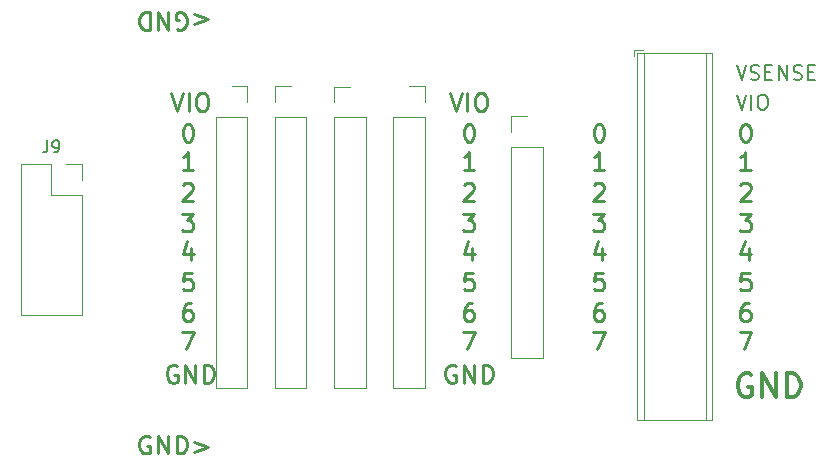
<source format=gbr>
%TF.GenerationSoftware,KiCad,Pcbnew,8.0.4*%
%TF.CreationDate,2024-08-10T21:18:51+02:00*%
%TF.ProjectId,breakout,62726561-6b6f-4757-942e-6b696361645f,rev?*%
%TF.SameCoordinates,Original*%
%TF.FileFunction,Legend,Top*%
%TF.FilePolarity,Positive*%
%FSLAX46Y46*%
G04 Gerber Fmt 4.6, Leading zero omitted, Abs format (unit mm)*
G04 Created by KiCad (PCBNEW 8.0.4) date 2024-08-10 21:18:51*
%MOMM*%
%LPD*%
G01*
G04 APERTURE LIST*
%ADD10C,0.250000*%
%ADD11C,0.333000*%
%ADD12C,0.200000*%
%ADD13C,0.150000*%
%ADD14C,0.120000*%
%ADD15C,0.100000*%
%ADD16R,1.700000X1.700000*%
%ADD17O,1.700000X1.700000*%
%ADD18C,5.400000*%
%ADD19R,2.200000X2.200000*%
%ADD20C,2.200000*%
G04 APERTURE END LIST*
D10*
X174885715Y-91980928D02*
X174600000Y-91980928D01*
X174600000Y-91980928D02*
X174457143Y-92052357D01*
X174457143Y-92052357D02*
X174385715Y-92123785D01*
X174385715Y-92123785D02*
X174242857Y-92338071D01*
X174242857Y-92338071D02*
X174171429Y-92623785D01*
X174171429Y-92623785D02*
X174171429Y-93195214D01*
X174171429Y-93195214D02*
X174242857Y-93338071D01*
X174242857Y-93338071D02*
X174314286Y-93409500D01*
X174314286Y-93409500D02*
X174457143Y-93480928D01*
X174457143Y-93480928D02*
X174742857Y-93480928D01*
X174742857Y-93480928D02*
X174885715Y-93409500D01*
X174885715Y-93409500D02*
X174957143Y-93338071D01*
X174957143Y-93338071D02*
X175028572Y-93195214D01*
X175028572Y-93195214D02*
X175028572Y-92838071D01*
X175028572Y-92838071D02*
X174957143Y-92695214D01*
X174957143Y-92695214D02*
X174885715Y-92623785D01*
X174885715Y-92623785D02*
X174742857Y-92552357D01*
X174742857Y-92552357D02*
X174457143Y-92552357D01*
X174457143Y-92552357D02*
X174314286Y-92623785D01*
X174314286Y-92623785D02*
X174242857Y-92695214D01*
X174242857Y-92695214D02*
X174171429Y-92838071D01*
X140335527Y-68319071D02*
X141478384Y-67890500D01*
X141478384Y-67890500D02*
X140335527Y-67461928D01*
X138835526Y-68747642D02*
X138978384Y-68819071D01*
X138978384Y-68819071D02*
X139192669Y-68819071D01*
X139192669Y-68819071D02*
X139406955Y-68747642D01*
X139406955Y-68747642D02*
X139549812Y-68604785D01*
X139549812Y-68604785D02*
X139621241Y-68461928D01*
X139621241Y-68461928D02*
X139692669Y-68176214D01*
X139692669Y-68176214D02*
X139692669Y-67961928D01*
X139692669Y-67961928D02*
X139621241Y-67676214D01*
X139621241Y-67676214D02*
X139549812Y-67533357D01*
X139549812Y-67533357D02*
X139406955Y-67390500D01*
X139406955Y-67390500D02*
X139192669Y-67319071D01*
X139192669Y-67319071D02*
X139049812Y-67319071D01*
X139049812Y-67319071D02*
X138835526Y-67390500D01*
X138835526Y-67390500D02*
X138764098Y-67461928D01*
X138764098Y-67461928D02*
X138764098Y-67961928D01*
X138764098Y-67961928D02*
X139049812Y-67961928D01*
X138121241Y-67319071D02*
X138121241Y-68819071D01*
X138121241Y-68819071D02*
X137264098Y-67319071D01*
X137264098Y-67319071D02*
X137264098Y-68819071D01*
X136549812Y-67319071D02*
X136549812Y-68819071D01*
X136549812Y-68819071D02*
X136192669Y-68819071D01*
X136192669Y-68819071D02*
X135978383Y-68747642D01*
X135978383Y-68747642D02*
X135835526Y-68604785D01*
X135835526Y-68604785D02*
X135764097Y-68461928D01*
X135764097Y-68461928D02*
X135692669Y-68176214D01*
X135692669Y-68176214D02*
X135692669Y-67961928D01*
X135692669Y-67961928D02*
X135764097Y-67676214D01*
X135764097Y-67676214D02*
X135835526Y-67533357D01*
X135835526Y-67533357D02*
X135978383Y-67390500D01*
X135978383Y-67390500D02*
X136192669Y-67319071D01*
X136192669Y-67319071D02*
X136549812Y-67319071D01*
X140228572Y-80680928D02*
X139371429Y-80680928D01*
X139800000Y-80680928D02*
X139800000Y-79180928D01*
X139800000Y-79180928D02*
X139657143Y-79395214D01*
X139657143Y-79395214D02*
X139514286Y-79538071D01*
X139514286Y-79538071D02*
X139371429Y-79609500D01*
X138857143Y-97252357D02*
X138714286Y-97180928D01*
X138714286Y-97180928D02*
X138500000Y-97180928D01*
X138500000Y-97180928D02*
X138285714Y-97252357D01*
X138285714Y-97252357D02*
X138142857Y-97395214D01*
X138142857Y-97395214D02*
X138071428Y-97538071D01*
X138071428Y-97538071D02*
X138000000Y-97823785D01*
X138000000Y-97823785D02*
X138000000Y-98038071D01*
X138000000Y-98038071D02*
X138071428Y-98323785D01*
X138071428Y-98323785D02*
X138142857Y-98466642D01*
X138142857Y-98466642D02*
X138285714Y-98609500D01*
X138285714Y-98609500D02*
X138500000Y-98680928D01*
X138500000Y-98680928D02*
X138642857Y-98680928D01*
X138642857Y-98680928D02*
X138857143Y-98609500D01*
X138857143Y-98609500D02*
X138928571Y-98538071D01*
X138928571Y-98538071D02*
X138928571Y-98038071D01*
X138928571Y-98038071D02*
X138642857Y-98038071D01*
X139571428Y-98680928D02*
X139571428Y-97180928D01*
X139571428Y-97180928D02*
X140428571Y-98680928D01*
X140428571Y-98680928D02*
X140428571Y-97180928D01*
X141142857Y-98680928D02*
X141142857Y-97180928D01*
X141142857Y-97180928D02*
X141500000Y-97180928D01*
X141500000Y-97180928D02*
X141714286Y-97252357D01*
X141714286Y-97252357D02*
X141857143Y-97395214D01*
X141857143Y-97395214D02*
X141928572Y-97538071D01*
X141928572Y-97538071D02*
X142000000Y-97823785D01*
X142000000Y-97823785D02*
X142000000Y-98038071D01*
X142000000Y-98038071D02*
X141928572Y-98323785D01*
X141928572Y-98323785D02*
X141857143Y-98466642D01*
X141857143Y-98466642D02*
X141714286Y-98609500D01*
X141714286Y-98609500D02*
X141500000Y-98680928D01*
X141500000Y-98680928D02*
X141142857Y-98680928D01*
X187357143Y-89380928D02*
X186642857Y-89380928D01*
X186642857Y-89380928D02*
X186571429Y-90095214D01*
X186571429Y-90095214D02*
X186642857Y-90023785D01*
X186642857Y-90023785D02*
X186785715Y-89952357D01*
X186785715Y-89952357D02*
X187142857Y-89952357D01*
X187142857Y-89952357D02*
X187285715Y-90023785D01*
X187285715Y-90023785D02*
X187357143Y-90095214D01*
X187357143Y-90095214D02*
X187428572Y-90238071D01*
X187428572Y-90238071D02*
X187428572Y-90595214D01*
X187428572Y-90595214D02*
X187357143Y-90738071D01*
X187357143Y-90738071D02*
X187285715Y-90809500D01*
X187285715Y-90809500D02*
X187142857Y-90880928D01*
X187142857Y-90880928D02*
X186785715Y-90880928D01*
X186785715Y-90880928D02*
X186642857Y-90809500D01*
X186642857Y-90809500D02*
X186571429Y-90738071D01*
X163885715Y-87280928D02*
X163885715Y-88280928D01*
X163528572Y-86709500D02*
X163171429Y-87780928D01*
X163171429Y-87780928D02*
X164100000Y-87780928D01*
X163171429Y-81923785D02*
X163242857Y-81852357D01*
X163242857Y-81852357D02*
X163385715Y-81780928D01*
X163385715Y-81780928D02*
X163742857Y-81780928D01*
X163742857Y-81780928D02*
X163885715Y-81852357D01*
X163885715Y-81852357D02*
X163957143Y-81923785D01*
X163957143Y-81923785D02*
X164028572Y-82066642D01*
X164028572Y-82066642D02*
X164028572Y-82209500D01*
X164028572Y-82209500D02*
X163957143Y-82423785D01*
X163957143Y-82423785D02*
X163100000Y-83280928D01*
X163100000Y-83280928D02*
X164028572Y-83280928D01*
D11*
X187476190Y-98003160D02*
X187285714Y-97907922D01*
X187285714Y-97907922D02*
X187000000Y-97907922D01*
X187000000Y-97907922D02*
X186714285Y-98003160D01*
X186714285Y-98003160D02*
X186523809Y-98193636D01*
X186523809Y-98193636D02*
X186428571Y-98384112D01*
X186428571Y-98384112D02*
X186333333Y-98765064D01*
X186333333Y-98765064D02*
X186333333Y-99050779D01*
X186333333Y-99050779D02*
X186428571Y-99431731D01*
X186428571Y-99431731D02*
X186523809Y-99622207D01*
X186523809Y-99622207D02*
X186714285Y-99812684D01*
X186714285Y-99812684D02*
X187000000Y-99907922D01*
X187000000Y-99907922D02*
X187190476Y-99907922D01*
X187190476Y-99907922D02*
X187476190Y-99812684D01*
X187476190Y-99812684D02*
X187571428Y-99717445D01*
X187571428Y-99717445D02*
X187571428Y-99050779D01*
X187571428Y-99050779D02*
X187190476Y-99050779D01*
X188428571Y-99907922D02*
X188428571Y-97907922D01*
X188428571Y-97907922D02*
X189571428Y-99907922D01*
X189571428Y-99907922D02*
X189571428Y-97907922D01*
X190523809Y-99907922D02*
X190523809Y-97907922D01*
X190523809Y-97907922D02*
X190999999Y-97907922D01*
X190999999Y-97907922D02*
X191285714Y-98003160D01*
X191285714Y-98003160D02*
X191476190Y-98193636D01*
X191476190Y-98193636D02*
X191571428Y-98384112D01*
X191571428Y-98384112D02*
X191666666Y-98765064D01*
X191666666Y-98765064D02*
X191666666Y-99050779D01*
X191666666Y-99050779D02*
X191571428Y-99431731D01*
X191571428Y-99431731D02*
X191476190Y-99622207D01*
X191476190Y-99622207D02*
X191285714Y-99812684D01*
X191285714Y-99812684D02*
X190999999Y-99907922D01*
X190999999Y-99907922D02*
X190523809Y-99907922D01*
D10*
X174885715Y-87280928D02*
X174885715Y-88280928D01*
X174528572Y-86709500D02*
X174171429Y-87780928D01*
X174171429Y-87780928D02*
X175100000Y-87780928D01*
X163100000Y-84380928D02*
X164028572Y-84380928D01*
X164028572Y-84380928D02*
X163528572Y-84952357D01*
X163528572Y-84952357D02*
X163742857Y-84952357D01*
X163742857Y-84952357D02*
X163885715Y-85023785D01*
X163885715Y-85023785D02*
X163957143Y-85095214D01*
X163957143Y-85095214D02*
X164028572Y-85238071D01*
X164028572Y-85238071D02*
X164028572Y-85595214D01*
X164028572Y-85595214D02*
X163957143Y-85738071D01*
X163957143Y-85738071D02*
X163885715Y-85809500D01*
X163885715Y-85809500D02*
X163742857Y-85880928D01*
X163742857Y-85880928D02*
X163314286Y-85880928D01*
X163314286Y-85880928D02*
X163171429Y-85809500D01*
X163171429Y-85809500D02*
X163100000Y-85738071D01*
X187285715Y-91980928D02*
X187000000Y-91980928D01*
X187000000Y-91980928D02*
X186857143Y-92052357D01*
X186857143Y-92052357D02*
X186785715Y-92123785D01*
X186785715Y-92123785D02*
X186642857Y-92338071D01*
X186642857Y-92338071D02*
X186571429Y-92623785D01*
X186571429Y-92623785D02*
X186571429Y-93195214D01*
X186571429Y-93195214D02*
X186642857Y-93338071D01*
X186642857Y-93338071D02*
X186714286Y-93409500D01*
X186714286Y-93409500D02*
X186857143Y-93480928D01*
X186857143Y-93480928D02*
X187142857Y-93480928D01*
X187142857Y-93480928D02*
X187285715Y-93409500D01*
X187285715Y-93409500D02*
X187357143Y-93338071D01*
X187357143Y-93338071D02*
X187428572Y-93195214D01*
X187428572Y-93195214D02*
X187428572Y-92838071D01*
X187428572Y-92838071D02*
X187357143Y-92695214D01*
X187357143Y-92695214D02*
X187285715Y-92623785D01*
X187285715Y-92623785D02*
X187142857Y-92552357D01*
X187142857Y-92552357D02*
X186857143Y-92552357D01*
X186857143Y-92552357D02*
X186714286Y-92623785D01*
X186714286Y-92623785D02*
X186642857Y-92695214D01*
X186642857Y-92695214D02*
X186571429Y-92838071D01*
X163885715Y-91980928D02*
X163600000Y-91980928D01*
X163600000Y-91980928D02*
X163457143Y-92052357D01*
X163457143Y-92052357D02*
X163385715Y-92123785D01*
X163385715Y-92123785D02*
X163242857Y-92338071D01*
X163242857Y-92338071D02*
X163171429Y-92623785D01*
X163171429Y-92623785D02*
X163171429Y-93195214D01*
X163171429Y-93195214D02*
X163242857Y-93338071D01*
X163242857Y-93338071D02*
X163314286Y-93409500D01*
X163314286Y-93409500D02*
X163457143Y-93480928D01*
X163457143Y-93480928D02*
X163742857Y-93480928D01*
X163742857Y-93480928D02*
X163885715Y-93409500D01*
X163885715Y-93409500D02*
X163957143Y-93338071D01*
X163957143Y-93338071D02*
X164028572Y-93195214D01*
X164028572Y-93195214D02*
X164028572Y-92838071D01*
X164028572Y-92838071D02*
X163957143Y-92695214D01*
X163957143Y-92695214D02*
X163885715Y-92623785D01*
X163885715Y-92623785D02*
X163742857Y-92552357D01*
X163742857Y-92552357D02*
X163457143Y-92552357D01*
X163457143Y-92552357D02*
X163314286Y-92623785D01*
X163314286Y-92623785D02*
X163242857Y-92695214D01*
X163242857Y-92695214D02*
X163171429Y-92838071D01*
X162457143Y-97252357D02*
X162314286Y-97180928D01*
X162314286Y-97180928D02*
X162100000Y-97180928D01*
X162100000Y-97180928D02*
X161885714Y-97252357D01*
X161885714Y-97252357D02*
X161742857Y-97395214D01*
X161742857Y-97395214D02*
X161671428Y-97538071D01*
X161671428Y-97538071D02*
X161600000Y-97823785D01*
X161600000Y-97823785D02*
X161600000Y-98038071D01*
X161600000Y-98038071D02*
X161671428Y-98323785D01*
X161671428Y-98323785D02*
X161742857Y-98466642D01*
X161742857Y-98466642D02*
X161885714Y-98609500D01*
X161885714Y-98609500D02*
X162100000Y-98680928D01*
X162100000Y-98680928D02*
X162242857Y-98680928D01*
X162242857Y-98680928D02*
X162457143Y-98609500D01*
X162457143Y-98609500D02*
X162528571Y-98538071D01*
X162528571Y-98538071D02*
X162528571Y-98038071D01*
X162528571Y-98038071D02*
X162242857Y-98038071D01*
X163171428Y-98680928D02*
X163171428Y-97180928D01*
X163171428Y-97180928D02*
X164028571Y-98680928D01*
X164028571Y-98680928D02*
X164028571Y-97180928D01*
X164742857Y-98680928D02*
X164742857Y-97180928D01*
X164742857Y-97180928D02*
X165100000Y-97180928D01*
X165100000Y-97180928D02*
X165314286Y-97252357D01*
X165314286Y-97252357D02*
X165457143Y-97395214D01*
X165457143Y-97395214D02*
X165528572Y-97538071D01*
X165528572Y-97538071D02*
X165600000Y-97823785D01*
X165600000Y-97823785D02*
X165600000Y-98038071D01*
X165600000Y-98038071D02*
X165528572Y-98323785D01*
X165528572Y-98323785D02*
X165457143Y-98466642D01*
X165457143Y-98466642D02*
X165314286Y-98609500D01*
X165314286Y-98609500D02*
X165100000Y-98680928D01*
X165100000Y-98680928D02*
X164742857Y-98680928D01*
X186928572Y-76780928D02*
X187071429Y-76780928D01*
X187071429Y-76780928D02*
X187214286Y-76852357D01*
X187214286Y-76852357D02*
X187285715Y-76923785D01*
X187285715Y-76923785D02*
X187357143Y-77066642D01*
X187357143Y-77066642D02*
X187428572Y-77352357D01*
X187428572Y-77352357D02*
X187428572Y-77709500D01*
X187428572Y-77709500D02*
X187357143Y-77995214D01*
X187357143Y-77995214D02*
X187285715Y-78138071D01*
X187285715Y-78138071D02*
X187214286Y-78209500D01*
X187214286Y-78209500D02*
X187071429Y-78280928D01*
X187071429Y-78280928D02*
X186928572Y-78280928D01*
X186928572Y-78280928D02*
X186785715Y-78209500D01*
X186785715Y-78209500D02*
X186714286Y-78138071D01*
X186714286Y-78138071D02*
X186642857Y-77995214D01*
X186642857Y-77995214D02*
X186571429Y-77709500D01*
X186571429Y-77709500D02*
X186571429Y-77352357D01*
X186571429Y-77352357D02*
X186642857Y-77066642D01*
X186642857Y-77066642D02*
X186714286Y-76923785D01*
X186714286Y-76923785D02*
X186785715Y-76852357D01*
X186785715Y-76852357D02*
X186928572Y-76780928D01*
X163957143Y-89380928D02*
X163242857Y-89380928D01*
X163242857Y-89380928D02*
X163171429Y-90095214D01*
X163171429Y-90095214D02*
X163242857Y-90023785D01*
X163242857Y-90023785D02*
X163385715Y-89952357D01*
X163385715Y-89952357D02*
X163742857Y-89952357D01*
X163742857Y-89952357D02*
X163885715Y-90023785D01*
X163885715Y-90023785D02*
X163957143Y-90095214D01*
X163957143Y-90095214D02*
X164028572Y-90238071D01*
X164028572Y-90238071D02*
X164028572Y-90595214D01*
X164028572Y-90595214D02*
X163957143Y-90738071D01*
X163957143Y-90738071D02*
X163885715Y-90809500D01*
X163885715Y-90809500D02*
X163742857Y-90880928D01*
X163742857Y-90880928D02*
X163385715Y-90880928D01*
X163385715Y-90880928D02*
X163242857Y-90809500D01*
X163242857Y-90809500D02*
X163171429Y-90738071D01*
X164028572Y-80680928D02*
X163171429Y-80680928D01*
X163600000Y-80680928D02*
X163600000Y-79180928D01*
X163600000Y-79180928D02*
X163457143Y-79395214D01*
X163457143Y-79395214D02*
X163314286Y-79538071D01*
X163314286Y-79538071D02*
X163171429Y-79609500D01*
X136549812Y-103252357D02*
X136406955Y-103180928D01*
X136406955Y-103180928D02*
X136192669Y-103180928D01*
X136192669Y-103180928D02*
X135978383Y-103252357D01*
X135978383Y-103252357D02*
X135835526Y-103395214D01*
X135835526Y-103395214D02*
X135764097Y-103538071D01*
X135764097Y-103538071D02*
X135692669Y-103823785D01*
X135692669Y-103823785D02*
X135692669Y-104038071D01*
X135692669Y-104038071D02*
X135764097Y-104323785D01*
X135764097Y-104323785D02*
X135835526Y-104466642D01*
X135835526Y-104466642D02*
X135978383Y-104609500D01*
X135978383Y-104609500D02*
X136192669Y-104680928D01*
X136192669Y-104680928D02*
X136335526Y-104680928D01*
X136335526Y-104680928D02*
X136549812Y-104609500D01*
X136549812Y-104609500D02*
X136621240Y-104538071D01*
X136621240Y-104538071D02*
X136621240Y-104038071D01*
X136621240Y-104038071D02*
X136335526Y-104038071D01*
X137264097Y-104680928D02*
X137264097Y-103180928D01*
X137264097Y-103180928D02*
X138121240Y-104680928D01*
X138121240Y-104680928D02*
X138121240Y-103180928D01*
X138835526Y-104680928D02*
X138835526Y-103180928D01*
X138835526Y-103180928D02*
X139192669Y-103180928D01*
X139192669Y-103180928D02*
X139406955Y-103252357D01*
X139406955Y-103252357D02*
X139549812Y-103395214D01*
X139549812Y-103395214D02*
X139621241Y-103538071D01*
X139621241Y-103538071D02*
X139692669Y-103823785D01*
X139692669Y-103823785D02*
X139692669Y-104038071D01*
X139692669Y-104038071D02*
X139621241Y-104323785D01*
X139621241Y-104323785D02*
X139549812Y-104466642D01*
X139549812Y-104466642D02*
X139406955Y-104609500D01*
X139406955Y-104609500D02*
X139192669Y-104680928D01*
X139192669Y-104680928D02*
X138835526Y-104680928D01*
X140335526Y-103680928D02*
X141478384Y-104109500D01*
X141478384Y-104109500D02*
X140335526Y-104538071D01*
X139300000Y-94380928D02*
X140300000Y-94380928D01*
X140300000Y-94380928D02*
X139657143Y-95880928D01*
D12*
X186250625Y-71817873D02*
X186667292Y-73067873D01*
X186667292Y-73067873D02*
X187083958Y-71817873D01*
X187441102Y-73008350D02*
X187619673Y-73067873D01*
X187619673Y-73067873D02*
X187917292Y-73067873D01*
X187917292Y-73067873D02*
X188036340Y-73008350D01*
X188036340Y-73008350D02*
X188095864Y-72948826D01*
X188095864Y-72948826D02*
X188155387Y-72829778D01*
X188155387Y-72829778D02*
X188155387Y-72710730D01*
X188155387Y-72710730D02*
X188095864Y-72591683D01*
X188095864Y-72591683D02*
X188036340Y-72532159D01*
X188036340Y-72532159D02*
X187917292Y-72472635D01*
X187917292Y-72472635D02*
X187679197Y-72413111D01*
X187679197Y-72413111D02*
X187560149Y-72353588D01*
X187560149Y-72353588D02*
X187500626Y-72294064D01*
X187500626Y-72294064D02*
X187441102Y-72175016D01*
X187441102Y-72175016D02*
X187441102Y-72055969D01*
X187441102Y-72055969D02*
X187500626Y-71936921D01*
X187500626Y-71936921D02*
X187560149Y-71877397D01*
X187560149Y-71877397D02*
X187679197Y-71817873D01*
X187679197Y-71817873D02*
X187976816Y-71817873D01*
X187976816Y-71817873D02*
X188155387Y-71877397D01*
X188691102Y-72413111D02*
X189107768Y-72413111D01*
X189286340Y-73067873D02*
X188691102Y-73067873D01*
X188691102Y-73067873D02*
X188691102Y-71817873D01*
X188691102Y-71817873D02*
X189286340Y-71817873D01*
X189822054Y-73067873D02*
X189822054Y-71817873D01*
X189822054Y-71817873D02*
X190536339Y-73067873D01*
X190536339Y-73067873D02*
X190536339Y-71817873D01*
X191072054Y-73008350D02*
X191250625Y-73067873D01*
X191250625Y-73067873D02*
X191548244Y-73067873D01*
X191548244Y-73067873D02*
X191667292Y-73008350D01*
X191667292Y-73008350D02*
X191726816Y-72948826D01*
X191726816Y-72948826D02*
X191786339Y-72829778D01*
X191786339Y-72829778D02*
X191786339Y-72710730D01*
X191786339Y-72710730D02*
X191726816Y-72591683D01*
X191726816Y-72591683D02*
X191667292Y-72532159D01*
X191667292Y-72532159D02*
X191548244Y-72472635D01*
X191548244Y-72472635D02*
X191310149Y-72413111D01*
X191310149Y-72413111D02*
X191191101Y-72353588D01*
X191191101Y-72353588D02*
X191131578Y-72294064D01*
X191131578Y-72294064D02*
X191072054Y-72175016D01*
X191072054Y-72175016D02*
X191072054Y-72055969D01*
X191072054Y-72055969D02*
X191131578Y-71936921D01*
X191131578Y-71936921D02*
X191191101Y-71877397D01*
X191191101Y-71877397D02*
X191310149Y-71817873D01*
X191310149Y-71817873D02*
X191607768Y-71817873D01*
X191607768Y-71817873D02*
X191786339Y-71877397D01*
X192322054Y-72413111D02*
X192738720Y-72413111D01*
X192917292Y-73067873D02*
X192322054Y-73067873D01*
X192322054Y-73067873D02*
X192322054Y-71817873D01*
X192322054Y-71817873D02*
X192917292Y-71817873D01*
D10*
X186571429Y-81923785D02*
X186642857Y-81852357D01*
X186642857Y-81852357D02*
X186785715Y-81780928D01*
X186785715Y-81780928D02*
X187142857Y-81780928D01*
X187142857Y-81780928D02*
X187285715Y-81852357D01*
X187285715Y-81852357D02*
X187357143Y-81923785D01*
X187357143Y-81923785D02*
X187428572Y-82066642D01*
X187428572Y-82066642D02*
X187428572Y-82209500D01*
X187428572Y-82209500D02*
X187357143Y-82423785D01*
X187357143Y-82423785D02*
X186500000Y-83280928D01*
X186500000Y-83280928D02*
X187428572Y-83280928D01*
X174100000Y-94380928D02*
X175100000Y-94380928D01*
X175100000Y-94380928D02*
X174457143Y-95880928D01*
X161957143Y-74180928D02*
X162457143Y-75680928D01*
X162457143Y-75680928D02*
X162957143Y-74180928D01*
X163457142Y-75680928D02*
X163457142Y-74180928D01*
X164457143Y-74180928D02*
X164742857Y-74180928D01*
X164742857Y-74180928D02*
X164885714Y-74252357D01*
X164885714Y-74252357D02*
X165028571Y-74395214D01*
X165028571Y-74395214D02*
X165100000Y-74680928D01*
X165100000Y-74680928D02*
X165100000Y-75180928D01*
X165100000Y-75180928D02*
X165028571Y-75466642D01*
X165028571Y-75466642D02*
X164885714Y-75609500D01*
X164885714Y-75609500D02*
X164742857Y-75680928D01*
X164742857Y-75680928D02*
X164457143Y-75680928D01*
X164457143Y-75680928D02*
X164314286Y-75609500D01*
X164314286Y-75609500D02*
X164171428Y-75466642D01*
X164171428Y-75466642D02*
X164100000Y-75180928D01*
X164100000Y-75180928D02*
X164100000Y-74680928D01*
X164100000Y-74680928D02*
X164171428Y-74395214D01*
X164171428Y-74395214D02*
X164314286Y-74252357D01*
X164314286Y-74252357D02*
X164457143Y-74180928D01*
X140157143Y-89380928D02*
X139442857Y-89380928D01*
X139442857Y-89380928D02*
X139371429Y-90095214D01*
X139371429Y-90095214D02*
X139442857Y-90023785D01*
X139442857Y-90023785D02*
X139585715Y-89952357D01*
X139585715Y-89952357D02*
X139942857Y-89952357D01*
X139942857Y-89952357D02*
X140085715Y-90023785D01*
X140085715Y-90023785D02*
X140157143Y-90095214D01*
X140157143Y-90095214D02*
X140228572Y-90238071D01*
X140228572Y-90238071D02*
X140228572Y-90595214D01*
X140228572Y-90595214D02*
X140157143Y-90738071D01*
X140157143Y-90738071D02*
X140085715Y-90809500D01*
X140085715Y-90809500D02*
X139942857Y-90880928D01*
X139942857Y-90880928D02*
X139585715Y-90880928D01*
X139585715Y-90880928D02*
X139442857Y-90809500D01*
X139442857Y-90809500D02*
X139371429Y-90738071D01*
X140085715Y-91980928D02*
X139800000Y-91980928D01*
X139800000Y-91980928D02*
X139657143Y-92052357D01*
X139657143Y-92052357D02*
X139585715Y-92123785D01*
X139585715Y-92123785D02*
X139442857Y-92338071D01*
X139442857Y-92338071D02*
X139371429Y-92623785D01*
X139371429Y-92623785D02*
X139371429Y-93195214D01*
X139371429Y-93195214D02*
X139442857Y-93338071D01*
X139442857Y-93338071D02*
X139514286Y-93409500D01*
X139514286Y-93409500D02*
X139657143Y-93480928D01*
X139657143Y-93480928D02*
X139942857Y-93480928D01*
X139942857Y-93480928D02*
X140085715Y-93409500D01*
X140085715Y-93409500D02*
X140157143Y-93338071D01*
X140157143Y-93338071D02*
X140228572Y-93195214D01*
X140228572Y-93195214D02*
X140228572Y-92838071D01*
X140228572Y-92838071D02*
X140157143Y-92695214D01*
X140157143Y-92695214D02*
X140085715Y-92623785D01*
X140085715Y-92623785D02*
X139942857Y-92552357D01*
X139942857Y-92552357D02*
X139657143Y-92552357D01*
X139657143Y-92552357D02*
X139514286Y-92623785D01*
X139514286Y-92623785D02*
X139442857Y-92695214D01*
X139442857Y-92695214D02*
X139371429Y-92838071D01*
X186500000Y-84380928D02*
X187428572Y-84380928D01*
X187428572Y-84380928D02*
X186928572Y-84952357D01*
X186928572Y-84952357D02*
X187142857Y-84952357D01*
X187142857Y-84952357D02*
X187285715Y-85023785D01*
X187285715Y-85023785D02*
X187357143Y-85095214D01*
X187357143Y-85095214D02*
X187428572Y-85238071D01*
X187428572Y-85238071D02*
X187428572Y-85595214D01*
X187428572Y-85595214D02*
X187357143Y-85738071D01*
X187357143Y-85738071D02*
X187285715Y-85809500D01*
X187285715Y-85809500D02*
X187142857Y-85880928D01*
X187142857Y-85880928D02*
X186714286Y-85880928D01*
X186714286Y-85880928D02*
X186571429Y-85809500D01*
X186571429Y-85809500D02*
X186500000Y-85738071D01*
X174171429Y-81923785D02*
X174242857Y-81852357D01*
X174242857Y-81852357D02*
X174385715Y-81780928D01*
X174385715Y-81780928D02*
X174742857Y-81780928D01*
X174742857Y-81780928D02*
X174885715Y-81852357D01*
X174885715Y-81852357D02*
X174957143Y-81923785D01*
X174957143Y-81923785D02*
X175028572Y-82066642D01*
X175028572Y-82066642D02*
X175028572Y-82209500D01*
X175028572Y-82209500D02*
X174957143Y-82423785D01*
X174957143Y-82423785D02*
X174100000Y-83280928D01*
X174100000Y-83280928D02*
X175028572Y-83280928D01*
X163100000Y-94380928D02*
X164100000Y-94380928D01*
X164100000Y-94380928D02*
X163457143Y-95880928D01*
X174100000Y-84380928D02*
X175028572Y-84380928D01*
X175028572Y-84380928D02*
X174528572Y-84952357D01*
X174528572Y-84952357D02*
X174742857Y-84952357D01*
X174742857Y-84952357D02*
X174885715Y-85023785D01*
X174885715Y-85023785D02*
X174957143Y-85095214D01*
X174957143Y-85095214D02*
X175028572Y-85238071D01*
X175028572Y-85238071D02*
X175028572Y-85595214D01*
X175028572Y-85595214D02*
X174957143Y-85738071D01*
X174957143Y-85738071D02*
X174885715Y-85809500D01*
X174885715Y-85809500D02*
X174742857Y-85880928D01*
X174742857Y-85880928D02*
X174314286Y-85880928D01*
X174314286Y-85880928D02*
X174171429Y-85809500D01*
X174171429Y-85809500D02*
X174100000Y-85738071D01*
X174528572Y-76780928D02*
X174671429Y-76780928D01*
X174671429Y-76780928D02*
X174814286Y-76852357D01*
X174814286Y-76852357D02*
X174885715Y-76923785D01*
X174885715Y-76923785D02*
X174957143Y-77066642D01*
X174957143Y-77066642D02*
X175028572Y-77352357D01*
X175028572Y-77352357D02*
X175028572Y-77709500D01*
X175028572Y-77709500D02*
X174957143Y-77995214D01*
X174957143Y-77995214D02*
X174885715Y-78138071D01*
X174885715Y-78138071D02*
X174814286Y-78209500D01*
X174814286Y-78209500D02*
X174671429Y-78280928D01*
X174671429Y-78280928D02*
X174528572Y-78280928D01*
X174528572Y-78280928D02*
X174385715Y-78209500D01*
X174385715Y-78209500D02*
X174314286Y-78138071D01*
X174314286Y-78138071D02*
X174242857Y-77995214D01*
X174242857Y-77995214D02*
X174171429Y-77709500D01*
X174171429Y-77709500D02*
X174171429Y-77352357D01*
X174171429Y-77352357D02*
X174242857Y-77066642D01*
X174242857Y-77066642D02*
X174314286Y-76923785D01*
X174314286Y-76923785D02*
X174385715Y-76852357D01*
X174385715Y-76852357D02*
X174528572Y-76780928D01*
X174957143Y-89380928D02*
X174242857Y-89380928D01*
X174242857Y-89380928D02*
X174171429Y-90095214D01*
X174171429Y-90095214D02*
X174242857Y-90023785D01*
X174242857Y-90023785D02*
X174385715Y-89952357D01*
X174385715Y-89952357D02*
X174742857Y-89952357D01*
X174742857Y-89952357D02*
X174885715Y-90023785D01*
X174885715Y-90023785D02*
X174957143Y-90095214D01*
X174957143Y-90095214D02*
X175028572Y-90238071D01*
X175028572Y-90238071D02*
X175028572Y-90595214D01*
X175028572Y-90595214D02*
X174957143Y-90738071D01*
X174957143Y-90738071D02*
X174885715Y-90809500D01*
X174885715Y-90809500D02*
X174742857Y-90880928D01*
X174742857Y-90880928D02*
X174385715Y-90880928D01*
X174385715Y-90880928D02*
X174242857Y-90809500D01*
X174242857Y-90809500D02*
X174171429Y-90738071D01*
X139371429Y-81923785D02*
X139442857Y-81852357D01*
X139442857Y-81852357D02*
X139585715Y-81780928D01*
X139585715Y-81780928D02*
X139942857Y-81780928D01*
X139942857Y-81780928D02*
X140085715Y-81852357D01*
X140085715Y-81852357D02*
X140157143Y-81923785D01*
X140157143Y-81923785D02*
X140228572Y-82066642D01*
X140228572Y-82066642D02*
X140228572Y-82209500D01*
X140228572Y-82209500D02*
X140157143Y-82423785D01*
X140157143Y-82423785D02*
X139300000Y-83280928D01*
X139300000Y-83280928D02*
X140228572Y-83280928D01*
X175028572Y-80680928D02*
X174171429Y-80680928D01*
X174600000Y-80680928D02*
X174600000Y-79180928D01*
X174600000Y-79180928D02*
X174457143Y-79395214D01*
X174457143Y-79395214D02*
X174314286Y-79538071D01*
X174314286Y-79538071D02*
X174171429Y-79609500D01*
X139728572Y-76780928D02*
X139871429Y-76780928D01*
X139871429Y-76780928D02*
X140014286Y-76852357D01*
X140014286Y-76852357D02*
X140085715Y-76923785D01*
X140085715Y-76923785D02*
X140157143Y-77066642D01*
X140157143Y-77066642D02*
X140228572Y-77352357D01*
X140228572Y-77352357D02*
X140228572Y-77709500D01*
X140228572Y-77709500D02*
X140157143Y-77995214D01*
X140157143Y-77995214D02*
X140085715Y-78138071D01*
X140085715Y-78138071D02*
X140014286Y-78209500D01*
X140014286Y-78209500D02*
X139871429Y-78280928D01*
X139871429Y-78280928D02*
X139728572Y-78280928D01*
X139728572Y-78280928D02*
X139585715Y-78209500D01*
X139585715Y-78209500D02*
X139514286Y-78138071D01*
X139514286Y-78138071D02*
X139442857Y-77995214D01*
X139442857Y-77995214D02*
X139371429Y-77709500D01*
X139371429Y-77709500D02*
X139371429Y-77352357D01*
X139371429Y-77352357D02*
X139442857Y-77066642D01*
X139442857Y-77066642D02*
X139514286Y-76923785D01*
X139514286Y-76923785D02*
X139585715Y-76852357D01*
X139585715Y-76852357D02*
X139728572Y-76780928D01*
D12*
X186250625Y-74317873D02*
X186667292Y-75567873D01*
X186667292Y-75567873D02*
X187083958Y-74317873D01*
X187500626Y-75567873D02*
X187500626Y-74317873D01*
X188333959Y-74317873D02*
X188572054Y-74317873D01*
X188572054Y-74317873D02*
X188691102Y-74377397D01*
X188691102Y-74377397D02*
X188810149Y-74496445D01*
X188810149Y-74496445D02*
X188869673Y-74734540D01*
X188869673Y-74734540D02*
X188869673Y-75151207D01*
X188869673Y-75151207D02*
X188810149Y-75389302D01*
X188810149Y-75389302D02*
X188691102Y-75508350D01*
X188691102Y-75508350D02*
X188572054Y-75567873D01*
X188572054Y-75567873D02*
X188333959Y-75567873D01*
X188333959Y-75567873D02*
X188214911Y-75508350D01*
X188214911Y-75508350D02*
X188095864Y-75389302D01*
X188095864Y-75389302D02*
X188036340Y-75151207D01*
X188036340Y-75151207D02*
X188036340Y-74734540D01*
X188036340Y-74734540D02*
X188095864Y-74496445D01*
X188095864Y-74496445D02*
X188214911Y-74377397D01*
X188214911Y-74377397D02*
X188333959Y-74317873D01*
D10*
X139300000Y-84380928D02*
X140228572Y-84380928D01*
X140228572Y-84380928D02*
X139728572Y-84952357D01*
X139728572Y-84952357D02*
X139942857Y-84952357D01*
X139942857Y-84952357D02*
X140085715Y-85023785D01*
X140085715Y-85023785D02*
X140157143Y-85095214D01*
X140157143Y-85095214D02*
X140228572Y-85238071D01*
X140228572Y-85238071D02*
X140228572Y-85595214D01*
X140228572Y-85595214D02*
X140157143Y-85738071D01*
X140157143Y-85738071D02*
X140085715Y-85809500D01*
X140085715Y-85809500D02*
X139942857Y-85880928D01*
X139942857Y-85880928D02*
X139514286Y-85880928D01*
X139514286Y-85880928D02*
X139371429Y-85809500D01*
X139371429Y-85809500D02*
X139300000Y-85738071D01*
X187428572Y-80680928D02*
X186571429Y-80680928D01*
X187000000Y-80680928D02*
X187000000Y-79180928D01*
X187000000Y-79180928D02*
X186857143Y-79395214D01*
X186857143Y-79395214D02*
X186714286Y-79538071D01*
X186714286Y-79538071D02*
X186571429Y-79609500D01*
X187285715Y-87280928D02*
X187285715Y-88280928D01*
X186928572Y-86709500D02*
X186571429Y-87780928D01*
X186571429Y-87780928D02*
X187500000Y-87780928D01*
X140085715Y-87280928D02*
X140085715Y-88280928D01*
X139728572Y-86709500D02*
X139371429Y-87780928D01*
X139371429Y-87780928D02*
X140300000Y-87780928D01*
X138357143Y-74180928D02*
X138857143Y-75680928D01*
X138857143Y-75680928D02*
X139357143Y-74180928D01*
X139857142Y-75680928D02*
X139857142Y-74180928D01*
X140857143Y-74180928D02*
X141142857Y-74180928D01*
X141142857Y-74180928D02*
X141285714Y-74252357D01*
X141285714Y-74252357D02*
X141428571Y-74395214D01*
X141428571Y-74395214D02*
X141500000Y-74680928D01*
X141500000Y-74680928D02*
X141500000Y-75180928D01*
X141500000Y-75180928D02*
X141428571Y-75466642D01*
X141428571Y-75466642D02*
X141285714Y-75609500D01*
X141285714Y-75609500D02*
X141142857Y-75680928D01*
X141142857Y-75680928D02*
X140857143Y-75680928D01*
X140857143Y-75680928D02*
X140714286Y-75609500D01*
X140714286Y-75609500D02*
X140571428Y-75466642D01*
X140571428Y-75466642D02*
X140500000Y-75180928D01*
X140500000Y-75180928D02*
X140500000Y-74680928D01*
X140500000Y-74680928D02*
X140571428Y-74395214D01*
X140571428Y-74395214D02*
X140714286Y-74252357D01*
X140714286Y-74252357D02*
X140857143Y-74180928D01*
X186500000Y-94380928D02*
X187500000Y-94380928D01*
X187500000Y-94380928D02*
X186857143Y-95880928D01*
X163528572Y-76780928D02*
X163671429Y-76780928D01*
X163671429Y-76780928D02*
X163814286Y-76852357D01*
X163814286Y-76852357D02*
X163885715Y-76923785D01*
X163885715Y-76923785D02*
X163957143Y-77066642D01*
X163957143Y-77066642D02*
X164028572Y-77352357D01*
X164028572Y-77352357D02*
X164028572Y-77709500D01*
X164028572Y-77709500D02*
X163957143Y-77995214D01*
X163957143Y-77995214D02*
X163885715Y-78138071D01*
X163885715Y-78138071D02*
X163814286Y-78209500D01*
X163814286Y-78209500D02*
X163671429Y-78280928D01*
X163671429Y-78280928D02*
X163528572Y-78280928D01*
X163528572Y-78280928D02*
X163385715Y-78209500D01*
X163385715Y-78209500D02*
X163314286Y-78138071D01*
X163314286Y-78138071D02*
X163242857Y-77995214D01*
X163242857Y-77995214D02*
X163171429Y-77709500D01*
X163171429Y-77709500D02*
X163171429Y-77352357D01*
X163171429Y-77352357D02*
X163242857Y-77066642D01*
X163242857Y-77066642D02*
X163314286Y-76923785D01*
X163314286Y-76923785D02*
X163385715Y-76852357D01*
X163385715Y-76852357D02*
X163528572Y-76780928D01*
D13*
X127896666Y-78184819D02*
X127896666Y-78899104D01*
X127896666Y-78899104D02*
X127849047Y-79041961D01*
X127849047Y-79041961D02*
X127753809Y-79137200D01*
X127753809Y-79137200D02*
X127610952Y-79184819D01*
X127610952Y-79184819D02*
X127515714Y-79184819D01*
X128420476Y-79184819D02*
X128610952Y-79184819D01*
X128610952Y-79184819D02*
X128706190Y-79137200D01*
X128706190Y-79137200D02*
X128753809Y-79089580D01*
X128753809Y-79089580D02*
X128849047Y-78946723D01*
X128849047Y-78946723D02*
X128896666Y-78756247D01*
X128896666Y-78756247D02*
X128896666Y-78375295D01*
X128896666Y-78375295D02*
X128849047Y-78280057D01*
X128849047Y-78280057D02*
X128801428Y-78232438D01*
X128801428Y-78232438D02*
X128706190Y-78184819D01*
X128706190Y-78184819D02*
X128515714Y-78184819D01*
X128515714Y-78184819D02*
X128420476Y-78232438D01*
X128420476Y-78232438D02*
X128372857Y-78280057D01*
X128372857Y-78280057D02*
X128325238Y-78375295D01*
X128325238Y-78375295D02*
X128325238Y-78613390D01*
X128325238Y-78613390D02*
X128372857Y-78708628D01*
X128372857Y-78708628D02*
X128420476Y-78756247D01*
X128420476Y-78756247D02*
X128515714Y-78803866D01*
X128515714Y-78803866D02*
X128706190Y-78803866D01*
X128706190Y-78803866D02*
X128801428Y-78756247D01*
X128801428Y-78756247D02*
X128849047Y-78708628D01*
X128849047Y-78708628D02*
X128896666Y-78613390D01*
D14*
%TO.C,J9*%
X125630000Y-80170000D02*
X125630000Y-92990000D01*
X125630000Y-80170000D02*
X128230000Y-80170000D01*
X125630000Y-92990000D02*
X130830000Y-92990000D01*
X128230000Y-80170000D02*
X128230000Y-82770000D01*
X128230000Y-82770000D02*
X130830000Y-82770000D01*
X129500000Y-80170000D02*
X130830000Y-80170000D01*
X130830000Y-80170000D02*
X130830000Y-81500000D01*
X130830000Y-82770000D02*
X130830000Y-92990000D01*
%TO.C,J5*%
X152170000Y-73630000D02*
X153500000Y-73630000D01*
X152170000Y-74960000D02*
X152170000Y-73630000D01*
X152170000Y-76230000D02*
X152170000Y-99150000D01*
X152170000Y-76230000D02*
X154830000Y-76230000D01*
X152170000Y-99150000D02*
X154830000Y-99150000D01*
X154830000Y-76230000D02*
X154830000Y-99150000D01*
%TO.C,J4*%
X142170000Y-76190000D02*
X142170000Y-99110000D01*
X142170000Y-76190000D02*
X144830000Y-76190000D01*
X142170000Y-99110000D02*
X144830000Y-99110000D01*
X143500000Y-73590000D02*
X144830000Y-73590000D01*
X144830000Y-73590000D02*
X144830000Y-74920000D01*
X144830000Y-76190000D02*
X144830000Y-99110000D01*
%TO.C,J3*%
X147170000Y-73590000D02*
X148500000Y-73590000D01*
X147170000Y-74920000D02*
X147170000Y-73590000D01*
X147170000Y-76190000D02*
X147170000Y-99110000D01*
X147170000Y-76190000D02*
X149830000Y-76190000D01*
X147170000Y-99110000D02*
X149830000Y-99110000D01*
X149830000Y-76190000D02*
X149830000Y-99110000D01*
%TO.C,J7*%
X167170000Y-76130000D02*
X168500000Y-76130000D01*
X167170000Y-77460000D02*
X167170000Y-76130000D01*
X167170000Y-78730000D02*
X167170000Y-96570000D01*
X167170000Y-78730000D02*
X169830000Y-78730000D01*
X167170000Y-96570000D02*
X169830000Y-96570000D01*
X169830000Y-78730000D02*
X169830000Y-96570000D01*
%TO.C,J2*%
X177600000Y-70540000D02*
X177600000Y-71040000D01*
X177840000Y-70780000D02*
X177840000Y-101841000D01*
X178340000Y-70540000D02*
X177600000Y-70540000D01*
X178400000Y-70780000D02*
X178400000Y-101841000D01*
X183700000Y-70780000D02*
X183700000Y-101841000D01*
X184160000Y-70780000D02*
X177840000Y-70780000D01*
X184160000Y-70780000D02*
X184160000Y-101841000D01*
X184160000Y-101841000D02*
X177840000Y-101841000D01*
%TO.C,J6*%
X157170000Y-76190000D02*
X157170000Y-99110000D01*
X157170000Y-76190000D02*
X159830000Y-76190000D01*
X157170000Y-99110000D02*
X159830000Y-99110000D01*
X158500000Y-73590000D02*
X159830000Y-73590000D01*
X159830000Y-73590000D02*
X159830000Y-74920000D01*
X159830000Y-76190000D02*
X159830000Y-99110000D01*
%TD*%
%LPC*%
D15*
X142250000Y-99500000D02*
X177000000Y-99500000D01*
X177000000Y-105000000D01*
X142250000Y-105000000D01*
X142250000Y-99500000D01*
G36*
X142250000Y-99500000D02*
G01*
X177000000Y-99500000D01*
X177000000Y-105000000D01*
X142250000Y-105000000D01*
X142250000Y-99500000D01*
G37*
X142500000Y-66900000D02*
X177000000Y-66900000D01*
X177000000Y-73000000D01*
X142500000Y-73000000D01*
X142500000Y-66900000D01*
G36*
X142500000Y-66900000D02*
G01*
X177000000Y-66900000D01*
X177000000Y-73000000D01*
X142500000Y-73000000D01*
X142500000Y-66900000D01*
G37*
D16*
%TO.C,J9*%
X129500000Y-81500000D03*
D17*
X126960000Y-81500000D03*
X129500000Y-84040000D03*
X126960000Y-84040000D03*
X129500000Y-86580000D03*
X126960000Y-86580000D03*
X129500000Y-89120000D03*
X126960000Y-89120000D03*
X129500000Y-91660000D03*
X126960000Y-91660000D03*
%TD*%
D16*
%TO.C,J5*%
X153500000Y-74960000D03*
D17*
X153500000Y-77500000D03*
X153500000Y-80040000D03*
X153500000Y-82580000D03*
X153500000Y-85120000D03*
X153500000Y-87660000D03*
X153500000Y-90200000D03*
X153500000Y-92740000D03*
X153500000Y-95280000D03*
X153500000Y-97820000D03*
%TD*%
D18*
%TO.C,H1*%
X189000000Y-66000000D03*
%TD*%
D16*
%TO.C,J4*%
X143500000Y-74920000D03*
D17*
X143500000Y-77460000D03*
X143500000Y-80000000D03*
X143500000Y-82540000D03*
X143500000Y-85080000D03*
X143500000Y-87620000D03*
X143500000Y-90160000D03*
X143500000Y-92700000D03*
X143500000Y-95240000D03*
X143500000Y-97780000D03*
%TD*%
D16*
%TO.C,J3*%
X148500000Y-74920000D03*
D17*
X148500000Y-77460000D03*
X148500000Y-80000000D03*
X148500000Y-82540000D03*
X148500000Y-85080000D03*
X148500000Y-87620000D03*
X148500000Y-90160000D03*
X148500000Y-92700000D03*
X148500000Y-95240000D03*
X148500000Y-97780000D03*
%TD*%
D18*
%TO.C,H2*%
X189000000Y-106000000D03*
%TD*%
D16*
%TO.C,J7*%
X168500000Y-77460000D03*
D17*
X168500000Y-80000000D03*
X168500000Y-82540000D03*
X168500000Y-85080000D03*
X168500000Y-87620000D03*
X168500000Y-90160000D03*
X168500000Y-92700000D03*
X168500000Y-95240000D03*
%TD*%
D19*
%TO.C,J2*%
X181000000Y-72340000D03*
D20*
X181000000Y-74880000D03*
X181000000Y-77419999D03*
X181000000Y-79960000D03*
X181000000Y-82500000D03*
X181000000Y-85040000D03*
X181000000Y-87580000D03*
X181000000Y-90120001D03*
X181000000Y-92660000D03*
X181000000Y-95200000D03*
X181000000Y-97740000D03*
X181000000Y-100279999D03*
%TD*%
D16*
%TO.C,J6*%
X158500000Y-74920000D03*
D17*
X158500000Y-77460000D03*
X158500000Y-80000000D03*
X158500000Y-82540000D03*
X158500000Y-85080000D03*
X158500000Y-87620000D03*
X158500000Y-90160000D03*
X158500000Y-92700000D03*
X158500000Y-95240000D03*
X158500000Y-97780000D03*
%TD*%
D16*
%TO.C,J1*%
X133500000Y-74960000D03*
D17*
X136040000Y-74960000D03*
X133500000Y-77500000D03*
X136040000Y-77500000D03*
X133500000Y-80040000D03*
X136040000Y-80040000D03*
X133500000Y-82580000D03*
X136040000Y-82580000D03*
X133500000Y-85120000D03*
X136040000Y-85120000D03*
X133500000Y-87660000D03*
X136040000Y-87660000D03*
X133500000Y-90200000D03*
X136040000Y-90200000D03*
X133500000Y-92740000D03*
X136040000Y-92740000D03*
X133500000Y-95280000D03*
X136040000Y-95280000D03*
X133500000Y-97820000D03*
X136040000Y-97820000D03*
%TD*%
%LPD*%
M02*

</source>
